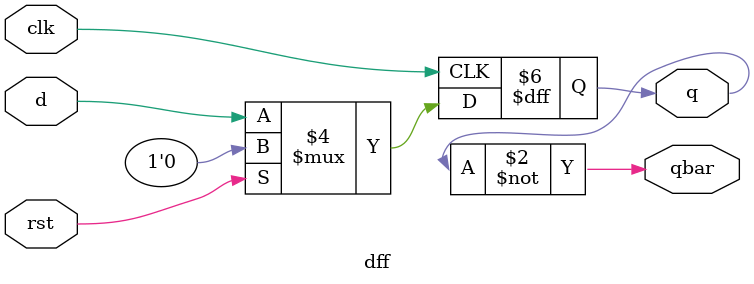
<source format=v>
module dff(input d,clk,rst,output reg q ,qbar);

always @(posedge clk)begin
	if(rst)begin
		q<=1'b0;
		end
	else
		q<=d;
end 
assign qbar =~q;

endmodule

</source>
